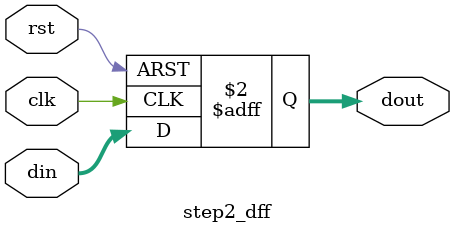
<source format=v>
`timescale 1ns / 1ps

module step2_dff(
input                clk,rst,
input        [3:0]   din,
output  reg  [3:0]   dout);
always@(posedge clk or posedge rst)
begin
    if(rst)
        dout <= 4'b0;
    else
        dout <= din;
end
endmodule

</source>
